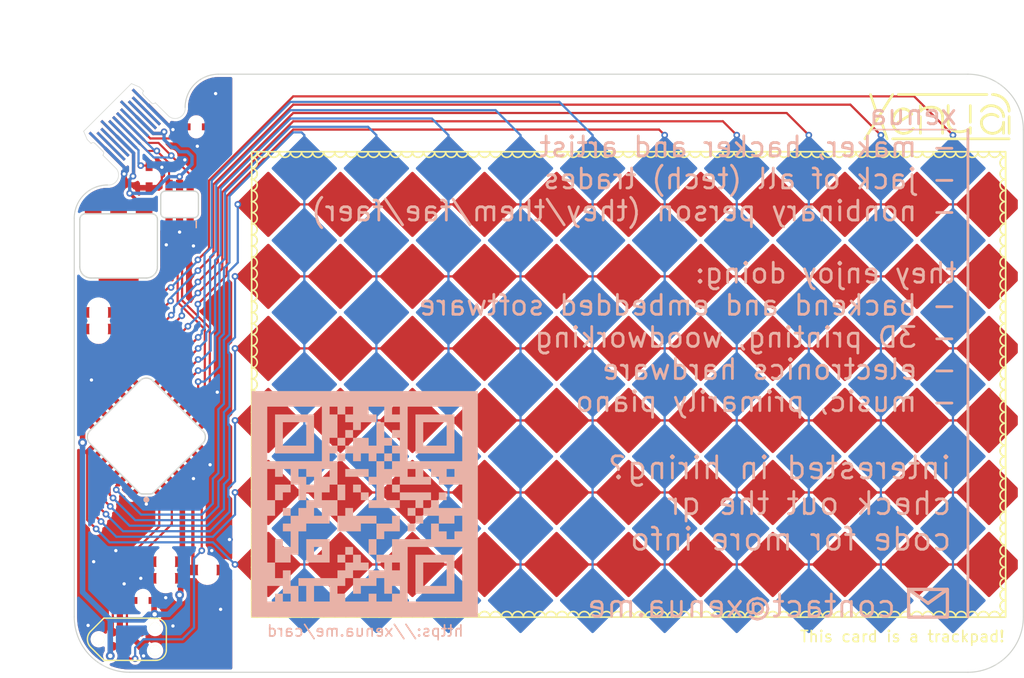
<source format=kicad_pcb>
(kicad_pcb (version 20211014) (generator pcbnew)

  (general
    (thickness 0.6)
  )

  (paper "A4")
  (layers
    (0 "F.Cu" signal)
    (31 "B.Cu" signal)
    (32 "B.Adhes" user "B.Adhesive")
    (33 "F.Adhes" user "F.Adhesive")
    (34 "B.Paste" user)
    (35 "F.Paste" user)
    (36 "B.SilkS" user "B.Silkscreen")
    (37 "F.SilkS" user "F.Silkscreen")
    (38 "B.Mask" user)
    (39 "F.Mask" user)
    (40 "Dwgs.User" user "User.Drawings")
    (41 "Cmts.User" user "User.Comments")
    (42 "Eco1.User" user "User.Eco1")
    (43 "Eco2.User" user "User.Eco2")
    (44 "Edge.Cuts" user)
    (45 "Margin" user)
    (46 "B.CrtYd" user "B.Courtyard")
    (47 "F.CrtYd" user "F.Courtyard")
    (48 "B.Fab" user)
    (49 "F.Fab" user)
    (50 "User.1" user)
    (51 "User.2" user)
    (52 "User.3" user)
    (53 "User.4" user)
    (54 "User.5" user)
    (55 "User.6" user)
    (56 "User.7" user)
    (57 "User.8" user)
    (58 "User.9" user)
  )

  (setup
    (stackup
      (layer "F.SilkS" (type "Top Silk Screen") (color "White"))
      (layer "F.Paste" (type "Top Solder Paste"))
      (layer "F.Mask" (type "Top Solder Mask") (color "Black") (thickness 0.01))
      (layer "F.Cu" (type "copper") (thickness 0.035))
      (layer "dielectric 1" (type "core") (thickness 0.51) (material "FR4") (epsilon_r 4.5) (loss_tangent 0.02))
      (layer "B.Cu" (type "copper") (thickness 0.035))
      (layer "B.Mask" (type "Bottom Solder Mask") (color "Black") (thickness 0.01))
      (layer "B.Paste" (type "Bottom Solder Paste"))
      (layer "B.SilkS" (type "Bottom Silk Screen") (color "White"))
      (copper_finish "HAL lead-free")
      (dielectric_constraints no)
    )
    (pad_to_mask_clearance 0)
    (pcbplotparams
      (layerselection 0x00010fc_ffffffff)
      (disableapertmacros false)
      (usegerberextensions false)
      (usegerberattributes true)
      (usegerberadvancedattributes true)
      (creategerberjobfile true)
      (svguseinch false)
      (svgprecision 6)
      (excludeedgelayer true)
      (plotframeref false)
      (viasonmask false)
      (mode 1)
      (useauxorigin false)
      (hpglpennumber 1)
      (hpglpenspeed 20)
      (hpglpendiameter 15.000000)
      (dxfpolygonmode true)
      (dxfimperialunits true)
      (dxfusepcbnewfont true)
      (psnegative false)
      (psa4output false)
      (plotreference true)
      (plotvalue true)
      (plotinvisibletext false)
      (sketchpadsonfab false)
      (subtractmaskfromsilk false)
      (outputformat 1)
      (mirror false)
      (drillshape 1)
      (scaleselection 1)
      (outputdirectory "")
    )
  )

  (net 0 "")
  (net 1 "GND")
  (net 2 "Net-(C2-Pad2)")
  (net 3 "+3V3")
  (net 4 "unconnected-(J1-PadB8)")
  (net 5 "/DM")
  (net 6 "/DP")
  (net 7 "Net-(J1-PadB5)")
  (net 8 "VBUS")
  (net 9 "Net-(J1-PadA5)")
  (net 10 "unconnected-(J1-PadA8)")
  (net 11 "/SWDIO")
  (net 12 "/RST")
  (net 13 "/SWCLK")
  (net 14 "unconnected-(J2-Pad6)")
  (net 15 "/USBD+")
  (net 16 "/USBD-")
  (net 17 "unconnected-(U3-Pad1)")
  (net 18 "unconnected-(U3-Pad2)")
  (net 19 "/Y0")
  (net 20 "/Y1")
  (net 21 "/Y2")
  (net 22 "/Y3")
  (net 23 "/Y4")
  (net 24 "/Y5")
  (net 25 "/X0")
  (net 26 "/X1")
  (net 27 "/X2")
  (net 28 "/X3")
  (net 29 "unconnected-(U3-Pad15)")
  (net 30 "unconnected-(U3-Pad16)")
  (net 31 "/X4")
  (net 32 "/X5")
  (net 33 "/X6")
  (net 34 "/X7")
  (net 35 "/X10")
  (net 36 "/X11")
  (net 37 "unconnected-(U3-Pad25)")
  (net 38 "unconnected-(U3-Pad27)")

  (footprint "xenua:SOT-223-3_TabPin2_MidMount" (layer "F.Cu") (at 104 115.5 -90))

  (footprint "xenua:SOT-23-6_MidMount" (layer "F.Cu") (at 109.5 111.75 90))

  (footprint "xenua:0603_1608Metric_Pad1.08x0.95mm_MidMount" (layer "F.Cu") (at 102.2 123))

  (footprint "xenua:sig-medium" (layer "F.Cu") (at 171.315002 105.834999))

  (footprint "xenua:0402_1005Metric_Pad0.74x0.62mm_MidMount" (layer "F.Cu") (at 106.2 147.5 180))

  (footprint "xenua:USB_C_PCB" (layer "F.Cu") (at 103 103 45))

  (footprint "xenua:0402_1005Metric_Pad0.74x0.62mm_MidMount" (layer "F.Cu") (at 111 104.75))

  (footprint "xenua:0603_1608Metric_Pad1.08x0.95mm_MidMount" (layer "F.Cu") (at 108.25 144 180))

  (footprint "xenua:0603_1608Metric_Pad1.08x0.95mm_MidMount" (layer "F.Cu") (at 102.2 121.5))

  (footprint "xenua:0603_1608Metric_Pad1.08x0.95mm_MidMount" (layer "F.Cu") (at 112 144.75 180))

  (footprint "xenua:LQFP-32_7x7mm_P0.8mm_midmount" (layer "F.Cu") (at 106.5 132.75 135))

  (footprint "xenua:0402_1005Metric_Pad0.74x0.62mm_MidMount" (layer "F.Cu") (at 106.75 109.25 90))

  (footprint "xenua:0603_1608Metric_Pad1.08x0.95mm_MidMount" (layer "F.Cu") (at 108.25 145.5 180))

  (footprint "xenua:TC2030" (layer "F.Cu") (at 104.75 151))

  (gr_poly
    (pts
      (xy 125.848275 138.448276)
      (xy 125.848275 137.744828)
      (xy 126.551724 137.744828)
      (xy 126.551724 138.448276)
    ) (layer "B.SilkS") (width 0) (fill solid) (tstamp 03c7a2b2-05ee-4ec6-a67d-44b0d8e9e513))
  (gr_poly
    (pts
      (xy 132.882757 138.448276)
      (xy 132.882757 137.744828)
      (xy 133.586205 137.744828)
      (xy 133.586205 138.448276)
    ) (layer "B.SilkS") (width 0) (fill solid) (tstamp 0ea978d5-cdf1-4d51-bed3-107e990e40ed))
  (gr_line (start 177 147.75) (end 175.25 146.5) (layer "B.SilkS") (width 0.3) (tstamp 17c31e22-52e9-4d92-92dc-6367e41b9ce7))
  (gr_poly
    (pts
      (xy 116 149)
      (xy 116 128.600002)
      (xy 117.406897 128.600002)
      (xy 117.406897 130.006898)
      (xy 117.406897 134.931036)
      (xy 117.406897 135.634484)
      (xy 117.406897 138.448276)
      (xy 118.110346 138.448276)
      (xy 118.110346 137.04138)
      (xy 119.517243 137.04138)
      (xy 119.517243 137.744828)
      (xy 118.813793 137.744828)
      (xy 118.813793 138.448276)
      (xy 118.110346 138.448276)
      (xy 118.110346 139.855173)
      (xy 117.406897 139.855173)
      (xy 117.406897 144.075862)
      (xy 117.406897 146.186207)
      (xy 117.406897 147.593103)
      (xy 118.110346 147.593103)
      (xy 118.110346 146.889654)
      (xy 118.813793 146.889654)
      (xy 118.813793 147.593103)
      (xy 119.517243 147.593103)
      (xy 119.517243 146.889654)
      (xy 118.813793 146.889654)
      (xy 118.813793 146.186207)
      (xy 117.406897 146.186207)
      (xy 117.406897 144.075862)
      (xy 118.110346 144.075862)
      (xy 118.110346 141.965518)
      (xy 118.813793 141.965518)
      (xy 118.813793 142.668966)
      (xy 119.517243 142.668966)
      (xy 119.517243 141.262069)
      (xy 118.813793 141.262069)
      (xy 118.813793 140.558621)
      (xy 119.517243 140.558621)
      (xy 119.517243 139.855173)
      (xy 120.22069 139.855173)
      (xy 120.22069 139.151725)
      (xy 120.924138 139.151725)
      (xy 120.924138 138.448276)
      (xy 120.22069 138.448276)
      (xy 120.22069 137.04138)
      (xy 119.517243 137.04138)
      (xy 119.517243 135.634484)
      (xy 118.813793 135.634484)
      (xy 118.813793 136.337932)
      (xy 118.110346 136.337932)
      (xy 118.110346 135.634484)
      (xy 117.406897 135.634484)
      (xy 117.406897 134.931036)
      (xy 120.22069 134.931036)
      (xy 120.22069 135.634484)
      (xy 120.22069 136.337932)
      (xy 120.924138 136.337932)
      (xy 120.924138 137.04138)
      (xy 120.924138 137.744828)
      (xy 120.924138 138.448276)
      (xy 121.627587 138.448276)
      (xy 121.627587 139.151725)
      (xy 121.627587 139.855173)
      (xy 122.331034 139.855173)
      (xy 122.331034 139.151725)
      (xy 121.627587 139.151725)
      (xy 121.627587 138.448276)
      (xy 121.627587 137.744828)
      (xy 120.924138 137.744828)
      (xy 120.924138 137.04138)
      (xy 121.627587 137.04138)
      (xy 121.627587 136.337932)
      (xy 120.924138 136.337932)
      (xy 120.924138 135.634484)
      (xy 120.22069 135.634484)
      (xy 120.22069 134.931036)
      (xy 122.331034 134.931036)
      (xy 122.331034 135.634484)
      (xy 122.331034 136.337932)
      (xy 123.034482 136.337932)
      (xy 123.034482 137.04138)
      (xy 123.034482 137.744828)
      (xy 122.331034 137.744828)
      (xy 122.331034 138.448276)
      (xy 123.034482 138.448276)
      (xy 123.034482 139.855173)
      (xy 123.034482 140.558621)
      (xy 120.924138 140.558621)
      (xy 120.924138 141.262069)
      (xy 120.22069 141.262069)
      (xy 120.22069 143.372413)
      (xy 119.517243 143.372413)
      (xy 119.517243 144.075862)
      (xy 118.110346 144.075862)
      (xy 118.110346 145.482757)
      (xy 118.813793 145.482757)
      (xy 118.813793 144.77931)
      (xy 119.517243 144.77931)
      (xy 119.517243 146.186207)
      (xy 120.22069 146.186207)
      (xy 120.22069 147.593103)
      (xy 120.924138 147.593103)
      (xy 120.924138 146.186207)
      (xy 120.22069 146.186207)
      (xy 120.22069 145.482757)
      (xy 121.627587 145.482757)
      (xy 121.627587 146.186207)
      (xy 121.627587 147.593103)
      (xy 123.034482 147.593103)
      (xy 123.034482 146.186207)
      (xy 121.627587 146.186207)
      (xy 121.627587 145.482757)
      (xy 123.737931 145.482757)
      (xy 123.737931 144.77931)
      (xy 124.441379 144.77931)
      (xy 124.441379 145.482757)
      (xy 124.441379 146.186207)
      (xy 123.737931 146.186207)
      (xy 123.737931 146.889654)
      (xy 124.441379 146.889654)
      (xy 124.441379 147.593103)
      (xy 126.551724 147.593103)
      (xy 126.551724 146.889654)
      (xy 127.255172 146.889654)
      (xy 127.255172 147.593103)
      (xy 128.662068 147.593103)
      (xy 128.662068 146.889654)
      (xy 127.95862 146.889654)
      (xy 127.95862 145.482757)
      (xy 127.255172 145.482757)
      (xy 127.255172 146.186207)
      (xy 125.848275 146.186207)
      (xy 125.848275 146.889654)
      (xy 125.144827 146.889654)
      (xy 125.144827 145.482757)
      (xy 124.441379 145.482757)
      (xy 124.441379 144.77931)
      (xy 124.441379 144.075862)
      (xy 123.737931 144.075862)
      (xy 123.737931 143.372413)
      (xy 124.441379 143.372413)
      (xy 124.441379 144.075862)
      (xy 125.144827 144.075862)
      (xy 125.144827 144.77931)
      (xy 125.144827 145.482757)
      (xy 126.551724 145.482757)
      (xy 126.551724 144.77931)
      (xy 125.144827 144.77931)
      (xy 125.144827 144.075862)
      (xy 125.144827 143.372413)
      (xy 124.441379 143.372413)
      (xy 124.441379 142.668966)
      (xy 125.144827 142.668966)
      (xy 125.144827 143.372413)
      (xy 125.848275 143.372413)
      (xy 125.848275 144.075862)
      (xy 126.551724 144.075862)
      (xy 126.551724 144.77931)
      (xy 127.95862 144.77931)
      (xy 127.95862 144.075862)
      (xy 127.255172 144.075862)
      (xy 127.255172 143.372413)
      (xy 126.551724 143.372413)
      (xy 126.551724 141.965518)
      (xy 127.255172 141.965518)
      (xy 127.255172 140.558621)
      (xy 125.848275 140.558621)
      (xy 125.848275 141.262069)
      (xy 123.737931 141.262069)
      (xy 123.737931 139.855173)
      (xy 123.034482 139.855173)
      (xy 123.034482 138.448276)
      (xy 123.737931 138.448276)
      (xy 123.737931 137.04138)
      (xy 123.034482 137.04138)
      (xy 123.034482 136.337932)
      (xy 123.034482 135.634484)
      (xy 122.331034 135.634484)
      (xy 122.331034 134.931036)
      (xy 122.331034 130.006898)
      (xy 117.406897 130.006898)
      (xy 117.406897 128.600002)
      (xy 123.034482 128.600002)
      (xy 123.034482 130.006898)
      (xy 123.034482 130.710346)
      (xy 123.034482 132.820691)
      (xy 123.034482 133.524139)
      (xy 123.034482 134.227587)
      (xy 123.034482 134.931036)
      (xy 123.737931 134.931036)
      (xy 123.737931 134.227587)
      (xy 123.034482 134.227587)
      (xy 123.034482 133.524139)
      (xy 123.737931 133.524139)
      (xy 123.737931 134.227587)
      (xy 124.441379 134.227587)
      (xy 124.441379 134.931036)
      (xy 123.737931 134.931036)
      (xy 123.737931 137.04138)
      (xy 124.441379 137.04138)
      (xy 124.441379 138.448276)
      (xy 123.737931 138.448276)
      (xy 123.737931 139.855173)
      (xy 124.441379 139.855173)
      (xy 124.441379 139.151725)
      (xy 125.144827 139.151725)
      (xy 125.144827 139.855173)
      (xy 127.255172 139.855173)
      (xy 127.255172 140.558621)
      (xy 128.662068 140.558621)
      (xy 128.662068 139.855173)
      (xy 129.365516 139.855173)
      (xy 129.365516 141.262069)
      (xy 127.95862 141.262069)
      (xy 127.95862 141.965518)
      (xy 127.255172 141.965518)
      (xy 127.255172 143.372413)
      (xy 128.662068 143.372413)
      (xy 128.662068 144.075862)
      (xy 128.662068 144.77931)
      (xy 128.662068 146.186207)
      (xy 128.662068 146.889654)
      (xy 129.365516 146.889654)
      (xy 129.365516 146.186207)
      (xy 128.662068 146.186207)
      (xy 128.662068 144.77931)
      (xy 129.365516 144.77931)
      (xy 129.365516 144.075862)
      (xy 128.662068 144.075862)
      (xy 128.662068 143.372413)
      (xy 128.662068 141.965518)
      (xy 130.068964 141.965518)
      (xy 130.068964 142.668966)
      (xy 130.068964 147.593103)
      (xy 134.993102 147.593103)
      (xy 134.993102 142.668966)
      (xy 130.068964 142.668966)
      (xy 130.068964 141.965518)
      (xy 132.179309 141.965518)
      (xy 132.179309 140.558621)
      (xy 132.882757 140.558621)
      (xy 132.882757 139.855173)
      (xy 131.475861 139.855173)
      (xy 131.475861 140.558621)
      (xy 130.772413 140.558621)
      (xy 130.772413 139.855173)
      (xy 130.068964 139.855173)
      (xy 130.068964 139.151725)
      (xy 130.772413 139.151725)
      (xy 130.772413 139.855173)
      (xy 131.475861 139.855173)
      (xy 131.475861 139.151725)
      (xy 130.772413 139.151725)
      (xy 130.772413 138.448276)
      (xy 129.365516 138.448276)
      (xy 129.365516 139.151725)
      (xy 126.551724 139.151725)
      (xy 126.551724 138.448276)
      (xy 127.255172 138.448276)
      (xy 127.255172 137.04138)
      (xy 126.551724 137.04138)
      (xy 126.551724 136.337932)
      (xy 127.255172 136.337932)
      (xy 127.255172 134.931036)
      (xy 126.551724 134.931036)
      (xy 126.551724 134.227587)
      (xy 125.848275 134.227587)
      (xy 125.848275 134.931036)
      (xy 125.144827 134.931036)
      (xy 125.144827 134.227587)
      (xy 124.441379 134.227587)
      (xy 124.441379 133.524139)
      (xy 123.737931 133.524139)
      (xy 123.737931 132.820691)
      (xy 123.034482 132.820691)
      (xy 123.034482 130.710346)
      (xy 123.737931 130.710346)
      (xy 123.737931 132.820691)
      (xy 124.441379 132.820691)
      (xy 124.441379 133.524139)
      (xy 125.144827 133.524139)
      (xy 125.144827 132.820691)
      (xy 124.441379 132.820691)
      (xy 124.441379 132.117243)
      (xy 125.144827 132.117243)
      (xy 125.144827 131.413795)
      (xy 124.441379 131.413795)
      (xy 124.441379 130.710346)
      (xy 123.737931 130.710346)
      (xy 123.737931 130.006898)
      (xy 123.034482 130.006898)
      (xy 123.034482 128.600002)
      (xy 124.441379 128.600002)
      (xy 124.441379 130.006898)
      (xy 124.441379 130.710346)
      (xy 125.144827 130.710346)
      (xy 125.144827 130.006898)
      (xy 124.441379 130.006898)
      (xy 124.441379 128.600002)
      (xy 125.848275 128.600002)
      (xy 125.848275 131.413795)
      (xy 125.848275 132.117243)
      (xy 125.144827 132.117243)
      (xy 125.144827 132.820691)
      (xy 126.551724 132.820691)
      (xy 126.551724 133.524139)
      (xy 127.255172 133.524139)
      (xy 127.255172 134.227587)
      (xy 127.255172 134.931036)
      (xy 127.95862 134.931036)
      (xy 127.95862 135.634484)
      (xy 127.95862 137.04138)
      (xy 127.95862 138.448276)
      (xy 129.365516 138.448276)
      (xy 129.365516 137.744828)
      (xy 128.662068 137.744828)
      (xy 128.662068 137.04138)
      (xy 127.95862 137.04138)
      (xy 127.95862 135.634484)
      (xy 128.662068 135.634484)
      (xy 128.662068 136.337932)
      (xy 128.662068 137.04138)
      (xy 129.365516 137.04138)
      (xy 129.365516 136.337932)
      (xy 128.662068 136.337932)
      (xy 128.662068 135.634484)
      (xy 128.662068 134.931036)
      (xy 127.95862 134.931036)
      (xy 127.95862 134.227587)
      (xy 127.255172 134.227587)
      (xy 127.255172 133.524139)
      (xy 127.255172 131.413795)
      (xy 125.848275 131.413795)
      (xy 125.848275 128.600002)
      (xy 126.551724 128.600002)
      (xy 126.551724 130.006898)
      (xy 126.551724 130.710346)
      (xy 127.255172 130.710346)
      (xy 127.255172 131.413795)
      (xy 127.95862 131.413795)
      (xy 127.95862 132.820691)
      (xy 127.95862 133.524139)
      (xy 127.95862 134.227587)
      (xy 128.662068 134.227587)
      (xy 128.662068 134.931036)
      (xy 129.365516 134.931036)
      (xy 129.365516 134.227587)
      (xy 128.662068 134.227587)
      (xy 128.662068 133.524139)
      (xy 127.95862 133.524139)
      (xy 127.95862 132.820691)
      (xy 128.662068 132.820691)
      (xy 128.662068 133.524139)
      (xy 129.365516 133.524139)
      (xy 129.365516 132.820691)
      (xy 128.662068 132.820691)
      (xy 128.662068 132.117243)
      (xy 129.365516 132.117243)
      (xy 129.365516 131.413795)
      (xy 127.95862 131.413795)
      (xy 127.95862 130.006898)
      (xy 126.551724 130.006898)
      (xy 126.551724 128.600002)
      (xy 128.662068 128.600002)
      (xy 128.662068 130.006898)
      (xy 128.662068 130.710346)
      (xy 129.365516 130.710346)
      (xy 129.365516 130.006898)
      (xy 128.662068 130.006898)
      (xy 128.662068 128.600002)
      (xy 130.068964 128.600002)
      (xy 130.068964 130.006898)
      (xy 130.068964 134.931036)
      (xy 130.068964 135.634484)
      (xy 130.068964 136.337932)
      (xy 130.772413 136.337932)
      (xy 130.772413 135.634484)
      (xy 130.068964 135.634484)
      (xy 130.068964 134.931036)
      (xy 131.475861 134.931036)
      (xy 131.475861 135.634484)
      (xy 131.475861 136.337932)
      (xy 132.179309 136.337932)
      (xy 132.179309 137.04138)
      (xy 129.365516 137.04138)
      (xy 129.365516 137.744828)
      (xy 131.475861 137.744828)
      (xy 131.475861 138.448276)
      (xy 131.475861 139.151725)
      (xy 132.179309 139.151725)
      (xy 132.179309 138.448276)
      (xy 131.475861 138.448276)
      (xy 131.475861 137.744828)
      (xy 132.179309 137.744828)
      (xy 132.179309 138.448276)
      (xy 132.882757 138.448276)
      (xy 132.882757 139.151725)
      (xy 134.289654 139.151725)
      (xy 134.289654 139.855173)
      (xy 134.289654 140.558621)
      (xy 132.882757 140.558621)
      (xy 132.882757 141.262069)
      (xy 133.586205 141.262069)
      (xy 133.586205 141.965518)
      (xy 134.289654 141.965518)
      (xy 134.289654 141.262069)
      (xy 134.993102 141.262069)
      (xy 134.993102 139.855173)
      (xy 134.289654 139.855173)
      (xy 134.289654 139.151725)
      (xy 134.993102 139.151725)
      (xy 134.993102 137.04138)
      (xy 132.882757 137.04138)
      (xy 132.882757 136.337932)
      (xy 132.179309 136.337932)
      (xy 132.179309 135.634484)
      (xy 131.475861 135.634484)
      (xy 131.475861 134.931036)
      (xy 133.586205 134.931036)
      (xy 133.586205 135.634484)
      (xy 133.586205 136.337932)
      (xy 134.289654 136.337932)
      (xy 134.289654 135.634484)
      (xy 133.586205 135.634484)
      (xy 133.586205 134.931036)
      (xy 134.993102 134.931036)
      (xy 134.993102 130.006898)
      (xy 130.068964 130.006898)
      (xy 130.068964 128.600002)
      (xy 136.399998 128.600002)
      (xy 136.399998 149)
    ) (layer "B.SilkS") (width 0) (fill solid) (tstamp 40291e2b-d5f7-4314-b60f-54d360575da2))
  (gr_poly
    (pts
      (xy 124.441379 136.337932)
      (xy 124.441379 135.634484)
      (xy 126.551724 135.634484)
      (xy 126.551724 136.337932)
    ) (layer "B.SilkS") (width 0) (fill solid) (tstamp 470d021f-def7-49ec-a850-a1e2f0e97df0))
  (gr_poly
    (pts
      (xy 120.924138 144.075862)
      (xy 120.924138 141.965518)
      (xy 121.627587 141.965518)
      (xy 121.627587 142.668966)
      (xy 121.627587 143.372413)
      (xy 122.331034 143.372413)
      (xy 122.331034 142.668966)
      (xy 121.627587 142.668966)
      (xy 121.627587 141.965518)
      (xy 123.034482 141.965518)
      (xy 123.034482 144.075862)
    ) (layer "B.SilkS") (width 0) (fill solid) (tstamp 5bb757bb-b4f5-45b5-a65e-ca9928a40feb))
  (gr_poly
    (pts
      (xy 118.813793 139.855173)
      (xy 118.813793 139.151725)
      (xy 119.517243 139.151725)
      (xy 119.517243 139.855173)
    ) (layer "B.SilkS") (width 0) (fill solid) (tstamp 680f2ad9-0dc1-4e84-87f2-8b5669116333))
  (gr_poly
    (pts
      (xy 130.772413 146.889654)
      (xy 130.772413 143.372413)
      (xy 131.475861 143.372413)
      (xy 131.475861 144.075862)
      (xy 131.475861 146.186207)
      (xy 133.586205 146.186207)
      (xy 133.586205 144.075862)
      (xy 131.475861 144.075862)
      (xy 131.475861 143.372413)
      (xy 134.289654 143.372413)
      (xy 134.289654 146.889654)
    ) (layer "B.SilkS") (width 0) (fill solid) (tstamp 76bd02ce-d85d-424d-bdf1-fdd3d01c434f))
  (gr_poly
    (pts
      (xy 130.772413 134.227587)
      (xy 130.772413 130.710346)
      (xy 131.475861 130.710346)
      (xy 131.475861 131.413795)
      (xy 131.475861 133.524139)
      (xy 133.586205 133.524139)
      (xy 133.586205 131.413795)
      (xy 131.475861 131.413795)
      (xy 131.475861 130.710346)
      (xy 134.289654 130.710346)
      (xy 134.289654 134.227587)
    ) (layer "B.SilkS") (width 0) (fill solid) (tstamp 8021a284-2027-4b66-96bd-9919ac9f5beb))
  (gr_poly
    (pts
      (xy 130.068964 141.262069)
      (xy 130.068964 140.558621)
      (xy 130.772413 140.558621)
      (xy 130.772413 141.262069)
    ) (layer "B.SilkS") (width 0) (fill solid) (tstamp 8933bb52-7560-40e6-a5d4-a1fc843d43c0))
  (gr_line (start 180.6 105) (end 180.6 148.98) (layer "B.SilkS") (width 0.25) (tstamp 8fecaca3-348c-46fd-8131-f790b33d0973))
  (gr_poly
    (pts
      (xy 125.144827 137.744828)
      (xy 125.144827 137.04138)
      (xy 125.848275 137.04138)
      (xy 125.848275 137.744828)
    ) (layer "B.SilkS") (width 0) (fill solid) (tstamp 9e445762-961d-4650-b416-a79f48c4b4f7))
  (gr_line (start 179.5 105) (end 172 105) (layer "B.SilkS") (width 0.15) (tstamp b3501f82-0201-4d77-84df-7ef448dbf020))
  (gr_rect (start 175.25 146.5) (end 178.75 149) (layer "B.SilkS") (width 0.3) (fill none) (tstamp e8567559-589d-4440-85ef-e770b2def704))
  (gr_poly
    (pts
      (xy 118.110346 134.227587)
      (xy 118.110346 130.710346)
      (xy 118.813793 130.710346)
      (xy 118.813793 131.413795)
      (xy 118.813793 133.524139)
      (xy 120.924138 133.524139)
      (xy 120.924138 131.413795)
      (xy 118.813793 131.413795)
      (xy 118.813793 130.710346)
      (xy 121.627587 130.710346)
      (xy 121.627587 134.227587)
    ) (layer "B.SilkS") (width 0) (fill solid) (tstamp ef503b67-5f4f-4d07-9bea-6d70e260a986))
  (gr_line (start 178.75 146.5) (end 177 147.75) (layer "B.SilkS") (width 0.3) (tstamp f0cbd8d4-dc17-4a9a-a688-e4e4728f4230))
  (gr_arc (start 116 139.5) (mid 116.5 140) (end 116 140.5) (layer "F.SilkS") (width 0.15) (tstamp 008a57b5-5c0e-46bf-a1db-1a7488d57d68))
  (gr_arc (start 159.5 149) (mid 160 148.5) (end 160.5 149) (layer "F.SilkS") (width 0.15) (tstamp 022c332a-df81-4108-91c0-167db128dd1e))
  (gr_arc locked (start 117.5 107) (mid 117 107.5) (end 116.5 107) (layer "F.SilkS") (width 0.15) (tstamp 025c5909-59c3-4b6e-8db4-f88475d8ab22))
  (gr_arc (start 116 135.5) (mid 116.5 136) (end 116 136.5) (layer "F.SilkS") (width 0.15) (tstamp 02ad0fbe-ee08-4533-bda6-5c47e76d33f5))
  (gr_arc (start 138.5 149) (mid 139 148.5) (end 139.5 149) (layer "F.SilkS") (width 0.15) (tstamp 04552b43-2213-4d6e-a797-e237bdca0f23))
  (gr_arc (start 184 109.5) (mid 183.5 109) (end 184 108.5) (layer "F.SilkS") (width 0.15) (tstamp 0969ab98-369d-43e9-9461-35c3f7a77b31))
  (gr_arc locked (start 179.5 107) (mid 179 107.5) (end 178.5 107) (layer "F.SilkS") (width 0.15) (tstamp 09f4594a-e59d-4f10-af7b-823f8d694819))
  (gr_arc (start 180.5 149) (mid 181 148.5) (end 181.5 149) (layer "F.SilkS") (width 0.15) (tstamp 09f990ca-3fe7-44ce-928a-791f58b848e6))
  (gr_arc (start 133.5 149) (mid 134 148.5) (end 134.5 149) (layer "F.SilkS") (width 0.15) (tstamp 0be2209f-dbfa-4850-ba99-be6ec8ce4396))
  (gr_arc locked (start 165.5 107) (mid 165 107.5) (end 164.5 107) (layer "F.SilkS") (width 0.15) (tstamp 0cc312d2-99b4-4009-a67b-781385dc782e))
  (gr_arc (start 165.5 149) (mid 166 148.5) (end 166.5 149) (layer "F.SilkS") (width 0.15) (tstamp 110bd742-7d8a-40fb-9d6e-6b4bc5e0b6f8))
  (gr_arc locked (start 147.5 107) (mid 147 107.5) (end 146.5 107) (layer "F.SilkS") (width 0.15) (tstamp 137296bf-9b96-49aa-bc1a-df611e3f1e1e))
  (gr_arc (start 181.5 149) (mid 182 148.5) (end 182.5 149) (layer "F.SilkS") (width 0.15) (tstamp 139b3779-61d6-4f88-9a7e-814dea295eb0))
  (gr_arc locked (start 143.5 107) (mid 143 107.5) (end 142.5 107) (layer "F.SilkS") (width 0.15) (tstamp 1571552e-0979-4fbc-a831-aa4f16a47c1e))
  (gr_arc locked (start 182.5 107) (mid 182 107.5) (end 181.5 107) (layer "F.SilkS") (width 0.15) (tstamp 17f5369b-ae5c-4d43-a78e-cbfc39140012))
  (gr_arc (start 116 117.5) (mid 116.5 118) (end 116 118.5) (layer "F.SilkS") (width 0.15) (tstamp 198c2bd4-bbff-4f41-a822-f04ff3c84a48))
  (gr_arc (start 184 137.5) (mid 183.5 137) (end 184 136.5) (layer "F.SilkS") (width 0.15) (tstamp 1aa9ea18-1613-492a-b638-447198d55ba7))
  (gr_arc locked (start 169.5 107) (mid 169 107.5) (end 168.5 107) (layer "F.SilkS") (width 0.15) (tstamp 1c64a59e-63bb-47b8-8d4c-411182b1f911))
  (gr_arc locked (start 184 107.5) (mid 183.646447 107.353553) (end 183.5 107) (layer "F.SilkS") (width 0.15) (tstamp 1c99e339-0c09-45da-ba06-06d1be99e812))
  (gr_arc (start 136.5 149) (mid 137 148.5) (end 137.5 149) (layer "F.SilkS") (width 0.15) (tstamp 1cb0dcc1-d6a1-4dcb-bc05-a60fb2bccea4))
  (gr_arc locked (start 154.5 107) (mid 154 107.5) (end 153.5 107) (layer "F.SilkS") (width 0.15) (tstamp 1d4e246c-dae5-4e1f-9a75-2c353d7855a8))
  (gr_arc (start 116 138.5) (mid 116.5 139) (end 116 139.5) (layer "F.SilkS") (width 0.15) (tstamp 1e312f56-c058-4ec0-8dfd-52dd450b425d))
  (gr_arc (start 137.5 149) (mid 138 148.5) (end 138.5 149) (layer "F.SilkS") (width 0.15) (tstamp 1f6b57ac-94ec-43a0-b4eb-de49b95b824b))
  (gr_arc (start 117.5 149) (mid 118 148.5) (end 118.5 149) (layer "F.SilkS") (width 0.15) (tstamp 1fc11096-f195-4bc4-9d64-a40902135d93))
  (gr_arc (start 160.5 149) (mid 161 148.5) (end 161.5 149) (layer "F.SilkS") (width 0.15) (tstamp 215b90e4-fdef-41f0-9fcf-89157b9f92b2))
  (gr_arc (start 184 134.5) (mid 183.5 134) (end 184 133.5) (layer "F.SilkS") (width 0.15) (tstamp 21ddb76f-da2e-4e17-95ff-4de4e345cf63))
  (gr_arc locked (start 160.5 107) (mid 160 107.5) (end 159.5 107) (layer "F.SilkS") (width 0.15) (tstamp 23830658-da56-48b1-8f2f-102b65d1ce92))
  (gr_arc (start 176.5 149) (mid 177 148.5) (end 177.5 149) (layer "F.SilkS") (width 0.15) (tstamp 23e65c19-3e78-45a6-9527-d0fdbe93db7b))
  (gr_arc (start 141.5 149) (mid 142 148.5) (end 142.5 149) (layer "F.SilkS") (width 0.15) (tstamp 24053fe5-0861-4308-9b6e-37718c8807ad))
  (gr_arc (start 134.5 149) (mid 135 148.5) (end 135.5 149) (layer "F.SilkS") (width 0.15) (tstamp 240ba213-fab2-4ec8-badb-76aa82a7eb1d))
  (gr_arc (start 161.5 149) (mid 162 148.5) (end 162.5 149) (layer "F.SilkS") (width 0.15) (tstamp 247cba40-aad9-41c3-bedd-5d91339d00ef))
  (gr_arc (start 116 121.5) (mid 116.5 122) (end 116 122.5) (layer "F.SilkS") (width 0.15) (tstamp 24deeb96-5729-4d9b-97e5-cc1a187c72a3))
  (gr_arc (start 184 113.5) (mid 183.5 113) (end 184 112.5) (layer "F.SilkS") (width 0.15) (tstamp 24fd74cb-a520-43bb-ae52-55327428d871))
  (gr_arc locked (start 168.5 107) (mid 168 107.5) (end 167.5 107) (layer "F.SilkS") (width 0.15) (tstamp 259dcf64-6849-45ad-ab5a-a6a39fa6fdcb))
  (gr_arc (start 116 119.5) (mid 116.5 120) (end 116 120.5) (layer "F.SilkS") (width 0.15) (tstamp 25a1a51b-9a62-4734-a75d-852bc7c39cf6))
  (gr_arc locked (start 175.5 107) (mid 175 107.5) (end 174.5 107) (layer "F.SilkS") (width 0.15) (tstamp 26697a7f-67bb-4248-92d2-d4a3f2e987fc))
  (gr_arc (start 121.5 149) (mid 122 148.5) (end 122.5 149) (layer "F.SilkS") (width 0.15) (tstamp 27b32c53-6c2e-4e48-b561-d82685e444c8))
  (gr_arc (start 182.5 149) (mid 183 148.5) (end 183.5 149) (layer "F.SilkS") (width 0.15) (tstamp 2921c07f-9cf6-4352-9804-fc248b043f7a))
  (gr_arc (start 152.5 149) (mid 153 148.5) (end 153.5 149) (layer "F.SilkS") (width 0.15) (tstamp 295f0b1d-e5e4-4584-8217-0b1aea3121ae))
  (gr_arc (start 184 129.5) (mid 183.5 129) (end 184 128.5) (layer "F.SilkS") (width 0.15) (tstamp 297f5178-4be8-4a1a-87d9-fcf7039ddcd3))
  (gr_arc (start 184 148.5) (mid 183.5 148) (end 184 147.5) (layer "F.SilkS") (width 0.15) (tstamp 2d4154c2-18be-49cf-a359-7a5bd56cd0f2))
  (gr_arc locked (start 163.5 107) (mid 163 107.5) (end 162.5 107) (layer "F.SilkS") (width 0.15) (tstamp 2ecea752-9792-4722-891a-b3cd7d293cbc))
  (gr_arc locked (start 177.5 107) (mid 177 107.5) (end 176.5 107) (layer "F.SilkS") (width 0.15) (tstamp 2f598765-777c-4779-8b15-ed8c32648edb))
  (gr_arc (start 184 128.5) (mid 183.5 128) (end 184 127.5) (layer "F.SilkS") (width 0.15) (tstamp 30831b16-8fd8-41a8-b9b6-2fa050b6422e))
  (gr_arc (start 124.5 149) (mid 125 148.5) (end 125.5 149) (layer "F.SilkS") (width 0.15) (tstamp 33ed209c-5a31-4554-8e80-46ce5a59986c))
  (gr_arc (start 166.5 149) (mid 167 148.5) (end 167.5 149) (layer "F.SilkS") (width 0.15) (tstamp 34f471c2-1d58-41f7-ab68-72c46c6b1445))
  (gr_arc (start 148.5 149) (mid 149 148.5) (end 149.5 149) (layer "F.SilkS") (width 0.15) (tstamp 35598f7d-1f66-4a29-b275-783aae7d2369))
  (gr_arc (start 116 109.5) (mid 116.5 110) (end 116 110.5) (layer "F.SilkS") (width 0.15) (tstamp 3809427f-b179-444a-867e-201b12cce7eb))
  (gr_arc locked (start 157.5 107) (mid 157 107.5) (end 156.5 107) (layer "F.SilkS") (width 0.15) (tstamp 390f06ab-558d-452b-a8ab-dc27fd7fc295))
  (gr_arc (start 116 125.5) (mid 116.5 126) (end 116 126.5) (layer "F.SilkS") (width 0.15) (tstamp 3a86334e-73c2-4947-b5b2-c8d31c368579))
  (gr_arc (start 184 119.5) (mid 183.5 119) (end 184 118.5) (layer "F.SilkS") (width 0.15) (tstamp 3c077c78-0851-49dc-a6df-2361852da93a))
  (gr_arc (start 129.5 149) (mid 130 148.5) (end 130.5 149) (layer "F.SilkS") (width 0.15) (tstamp 40c181b9-69e1-492d-a95e-4f94b2c1c460))
  (gr_arc (start 120.5 149) (mid 121 148.5) (end 121.5 149) (layer "F.SilkS") (width 0.15) (tstamp 41f8c72f-974c-48bb-9e6b-bbcf760c1da1))
  (gr_arc (start 184 124.5) (mid 183.5 124) (end 184 123.5) (layer "F.SilkS") (width 0.15) (tstamp 4240b016-7ab3-412e-b440-ae53ed7d8587))
  (gr_arc (start 184 143.5) (mid 183.5 143) (end 184 142.5) (layer "F.SilkS") (width 0.15) (tstamp 424dce41-a2b4-41a5-ae06-725f30c747c7))
  (gr_arc locked (start 130.5 107) (mid 130 107.5) (end 129.5 107) (layer "F.SilkS") (width 0.15) (tstamp 428ca7bb-c996-41e0-ac86-08438aa2cb08))
  (gr_arc (start 144.5 149) (mid 145 148.5) (end 145.5 149) (layer "F.SilkS") (width 0.15) (tstamp 450ac44d-b8ea-4d30-9eba-b5f16fb40a35))
  (gr_arc (start 184 115.5) (mid 183.5 115) (end 184 114.5) (layer "F.SilkS") (width 0.15) (tstamp 46dddd88-aef5-4496-b1fd-7bdb9398fe9f))
  (gr_arc locked (start 118.5 107) (mid 118 107.5) (end 117.5 107) (layer "F.SilkS") (width 0.15) (tstamp 46f8094c-add8-4cfc-b087-52484dff67bd))
  (gr_arc locked (start 134.5 107) (mid 134 107.5) (end 133.5 107) (layer "F.SilkS") (width 0.15) (tstamp 48d5db77-9691-419e-be4f-7c05a68cfe24))
  (gr_arc (start 151.5 149) (mid 152 148.5) (end 152.5 149) (layer "F.SilkS") (width 0.15) (tstamp 4b654a41-d130-421d-80bc-783b29f4b389))
  (gr_arc (start 116 131.5) (mid 116.5 132) (end 116 132.5) (layer "F.SilkS") (width 0.15) (tstamp 4ccc3eb5-2ca3-40d1-acee-db67cfa355c0))
  (gr_arc locked (start 132.5 107) (mid 132 107.5) (end 131.5 107) (layer "F.SilkS") (width 0.15) (tstamp 5146731d-a9b8-4876-80ab-de63006baed3))
  (gr_arc (start 116 118.5) (mid 116.5 119) (end 116 119.5) (layer "F.SilkS") (width 0.15) (tstamp 52d7c97a-00f4-4a9a-ba51-1a4114123363))
  (gr_arc (start 162.5 149) (mid 163 148.5) (end 163.5 149) (layer "F.SilkS") (width 0.15) (tstamp 5329fbb3-3fd3-4a04-b153-fdc88a10b5f1))
  (gr_arc locked (start 172.5 107) (mid 172 107.5) (end 171.5 107) (layer "F.SilkS") (width 0.15) (tstamp 53c10911-45d0-4925-90b9-879e2681aefe))
  (gr_arc (start 116 137.5) (mid 116.5 138) (end 116 138.5) (layer "F.SilkS") (width 0.15) (tstamp 53e49c37-d044-4bbc-ab51-da25f043b58d))
  (gr_arc locked (start 156.5 107) (mid 156 107.5) (end 155.5 107) (layer "F.SilkS") (width 0.15) (tstamp 5559bca7-0dc6-43ea-8deb-4e84a9a7981d))
  (gr_arc locked (start 159.5 107) (mid 159 107.5) (end 158.5 107) (layer "F.SilkS") (width 0.15) (tstamp 558a4650-5f77-47f7-a136-c95838b9e605))
  (gr_arc (start 116 145.5) (mid 116.5 146) (end 116 146.5) (layer "F.SilkS") (width 0.15) (tstamp 55abc50c-544b-4aaf-a017-cc6074894c4e))
  (gr_arc (start 184 141.5) (mid 183.5 141) (end 184 140.5) (layer "F.SilkS") (width 0.15) (tstamp 5665a11f-a495-4b21-9b3c-b252a8cd4007))
  (gr_arc (start 116 113.5) (mid 116.5 114) (end 116 114.5) (layer "F.SilkS") (width 0.15) (tstamp 56694fc7-70d9-4922-8fbd-84759df0c183))
  (gr_arc (start 153.5 149) (mid 154 148.5) (end 154.5 149) (layer "F.SilkS") (width 0.15) (tstamp 570ee9c1-5e9a-4824-833d-883d6b98a8ef))
  (gr_arc (start 177.5 149) (mid 178 148.5) (end 178.5 149) (layer "F.SilkS") (width 0.15) (tstamp 57135367-88a2-4532-9749-e06b29aa3cbf))
  (gr_arc (start 116 110.5) (mid 116.5 111) (end 116 111.5) (layer "F.SilkS") (width 0.15) (tstamp 5bee9604-6d7a-4559-8e3c-161e0c2ae5ac))
  (gr_arc (start 172.5 149) (mid 173 148.5) (end 173.5 149) (layer "F.SilkS") (width 0.15) (tstamp 5cbdea87-bf9f-4955-9d83-bc5483a902c4))
  (gr_arc locked (start 149.5 107) (mid 149 107.5) (end 148.5 107) (layer "F.SilkS") (width 0.15) (tstamp 5cbdf913-9bc6-4777-b02c-eb4e1068e73f))
  (gr_arc locked (start 178.5 107) (mid 178 107.5) (end 177.5 107) (layer "F.SilkS") (width 0.15) (tstamp 5d29a73a-3e06-43ef-89ca-f5113cf87928))
  (gr_arc locked (start 158.5 107) (mid 158 107.5) (end 157.5 107) (layer "F.SilkS") (width 0.15) (tstamp 625f32f9-fc1e-4201-aec4-f363e86aff85))
  (gr_arc (start 184 127.5) (mid 183.5 127) (end 184 126.5) (layer "F.SilkS") (width 0.15) (tstamp 62d7e132-2cbd-4f61-b4b6-7e6f66dd04f0))
  (gr_arc locked (start 183.5 107) (mid 183 107.5) (end 182.5 107) (layer "F.SilkS") (width 0.15) (tstamp 64b3b1e6-c26d-42df-9183-42a96631e6f8))
  (gr_arc (start 179.5 149) (mid 180 148.5) (end 180.5 149) (layer "F.SilkS") (width 0.15) (tstamp 64ec5976-6726-4b0b-b3ef-dfab993e47c0))
  (gr_arc (start 116 130.5) (mid 116.5 131) (end 116 131.5) (layer "F.SilkS") (width 0.15) (tstamp 65ad0cc1-46ef-404a-9fac-5ef6e8e038ee))
  (gr_arc locked (start 123.5 107) (mid 123 107.5) (end 122.5 107) (layer "F.SilkS") (width 0.15) (tstamp 66116c00-f851-4624-81c0-96e3f11ab628))
  (gr_arc (start 122.5 149) (mid 123 148.5) (end 123.5 149) (layer "F.SilkS") (width 0.15) (tstamp 66c27c8b-3cad-4a2c-a4d6-82cc45cca65e))
  (gr_arc (start 158.5 149) (mid 159 148.5) (end 159.5 149) (layer "F.SilkS") (width 0.15) (tstamp 67b65338-cd82-4663-ab45-15b196c0ad16))
  (gr_arc locked (start 153.5 107) (mid 153 107.5) (end 152.5 107) (layer "F.SilkS") (width 0.15) (tstamp 6a85d245-3010-42e0-b3bd-176e8c7f8efb))
  (gr_arc (start 184 133.5) (mid 183.5 133) (end 184 132.5) (layer "F.SilkS") (width 0.15) (tstamp 6ec6eb59-abaf-4939-84ea-c870ce12d8e2))
  (gr_arc (start 155.5 149) (mid 156 148.5) (end 156.5 149) (layer "F.SilkS") (width 0.15) (tstamp 7016a5aa-e24a-47a0-a2d3-a2af29c89184))
  (gr_arc (start 147.5 149) (mid 148 148.5) (end 148.5 149) (layer "F.SilkS") (width 0.15) (tstamp 7095e68d-d1a3-4a0f-82d6-b9e123949849))
  (gr_arc (start 116.5 149) (mid 117 148.5) (end 117.5 149) (layer "F.SilkS") (width 0.15) (tstamp 710d72d1-cd78-4a3e-acd8-f4456a2b9445))
  (gr_arc locked (start 131.5 107) (mid 131 107.5) (end 130.5 107) (layer "F.SilkS") (width 0.15) (tstamp 73a70385-8ce9-4cde-a206-d662c77f5ceb))
  (gr_arc (start 184 120.5) (mid 183.5 120) (end 184 119.5) (layer "F.SilkS") (width 0.15) (tstamp 7a7afc79-11ea-40ba-917b-049054105749))
  (gr_arc locked (start 120.5 107) (mid 120 107.5) (end 119.5 107) (layer "F.SilkS") (width 0.15) (tstamp 7b96a257-797c-4f4a-b3dd-5b1e0a007ed7))
  (gr_arc (start 157.5 149) (mid 158 148.5) (end 158.5 149) (layer "F.SilkS") (width 0.15) (tstamp 7ef6bb16-d16a-4844-8e41-4156b4aba6e4))
  (gr_arc (start 131.5 149) (mid 132 148.5) (end 132.5 149) (layer "F.SilkS") (width 0.15) (tstamp 7f368547-739f-4d87-9e9f-80989ba29e8f))
  (gr_arc (start 168.5 149) (mid 169 148.5) (end 169.5 149) (layer "F.SilkS") (width 0.15) (tstamp 80537f0b-51ec-4874-8476-9a8580bf51d4))
  (gr_arc locked (start 139.5 107) (mid 139 107.5) (end 138.5 107) (layer "F.SilkS") (width 0.15) (tstamp 816ddb38-0113-40ce-a204-d14d756fc97c))
  (gr_arc (start 150.5 149) (mid 151 148.5) (end 151.5 149) (layer "F.SilkS") (width 0.15) (tstamp 81a258eb-c45c-4afa-93c8-2d30df27067c))
  (gr_arc (start 116 133.5) (mid 116.5 134) (end 116 134.5) (layer "F.SilkS") (width 0.15) (tstamp 8253b09a-4533-4264-b257-f542de61db0b))
  (gr_arc (start 116 116.5) (mid 116.5 117) (end 116 117.5) (layer "F.SilkS") (width 0.15) (tstamp 82c8fb85-eabc-46b1-959c-bb7167d80011))
  (gr_arc (start 184 138.5) (mid 183.5 138) (end 184 137.5) (layer "F.SilkS") (width 0.15) (tstamp 83327220-8458-4970-88f1-73742db87593))
  (gr_arc (start 116 123.5) (mid 116.5 124) (end 116 124.5) (layer "F.SilkS") (width 0.15) (tstamp 853e560f-79d2-4d59-8bf6-0cb9cc91437d))
  (gr_arc locked (start 128.5 107) (mid 128 107.5) (end 127.5 107) (layer "F.SilkS") (width 0.15) (tstamp 881979d2-0e17-4eb0-b966-a74877c09a2e))
  (gr_arc (start 116 141.5) (mid 116.5 142) (end 116 142.5) (layer "F.SilkS") (width 0.15) (tstamp 88467dd7-71e3-4fcb-b319-241aad5c86a7))
  (gr_arc locked (start 146.5 107) (mid 146 107.5) (end 145.5 107) (layer "F.SilkS") (width 0.15) (tstamp 885210e0-9243-4234-98c3-5b11ad25d316))
  (gr_arc locked (start 116 148.5) (mid 116.353553 148.646447) (end 116.5 149) (layer "F.SilkS") (width 0.15) (tstamp 8a16b3fa-422d-4e33-8783-4dabe8cf65e0))
  (gr_arc (start 184 135.5) (mid 183.5 135) (end 184 134.5) (layer "F.SilkS") (width 0.15) (tstamp 8bfd005a-324f-4157-885f-84ff37eebdf4))
  (gr_arc (start 184 144.5) (mid 183.5 144) (end 184 143.5) (layer "F.SilkS") (width 0.15) (tstamp 8d0dd96d-18e4-4324-9ff3-f1f1ba9fb052))
  (gr_arc (start 170.5 149) (mid 171 148.5) (end 171.5 149) (layer "F.SilkS") (width 0.15) (tstamp 8d9ba256-98f3-4d97-bbe2-b3d9b81436ca))
  (gr_arc locked (start 150.5 107) (mid 150 107.5) (end 149.5 107) (layer "F.SilkS") (width 0.15) (tstamp 8f44969a-e42d-4396-b987-b514771b4c1d))
  (gr_arc (start 184 122.5) (mid 183.5 122) (end 184 121.5) (layer "F.SilkS") (width 0.15) (tstamp 904294b3-a114-481e-b8c0-3b851fa5f0e1))
  (gr_arc (start 127.5 149) (mid 128 148.5) (end 128.5 149) (layer "F.SilkS") (width 0.15) (tstamp 90f3ecc6-d777-4e21-9291-30d656e6ac7a))
  (gr_arc (start 116 126.5) (mid 116.5 127) (end 116 127.5) (layer "F.SilkS") (width 0.15) (tstamp 91801dda-c1a4-4bd7-80b9-f08bf39ceb11))
  (gr_rect locked (start 184 149) (end 116 107) (layer "F.SilkS") (width 0.15) (fill none) (tstamp 92efb0d1-9451-466c-b6fe-1fd3b67b6d93))
  (gr_arc (start 116 124.5) (mid 116.5 125) (end 116 125.5) (layer "F.SilkS") (width 0.15) (tstamp 956576d4-ab5f-4443-9793-be47209f313e))
  (gr_arc (start 184 111.5) (mid 183.5 111) (end 184 110.5) (layer "F.SilkS") (width 0.15) (tstamp 9655ba35-47d3-4169-b523-4be8b3cae6cb))
  (gr_arc locked (start 162.5 107) (mid 162 107.5) (end 161.5 107) (layer "F.SilkS") (width 0.15) (tstamp 97143417-719e-4194-a945-6c6016df6e5e))
  (gr_arc locked (start 135.5 107) (mid 135 107.5) (end 134.5 107) (layer "F.SilkS") (width 0.15) (tstamp 99902edb-eeba-4bd1-91c2-06e990534a26))
  (gr_arc locked (start 119.5 107) (mid 119 107.5) (end 118.5 107) (layer "F.SilkS") (width 0.15) (tstamp 99be91f4-102c-49ca-a43c-cc6cf435202d))
  (gr_arc locked (start 183.5 149) (mid 183.646447 148.646447) (end 184 148.5) (layer "F.SilkS") (width 0.15) (tstamp 9b93bf65-5576-4efb-91d9-30135e7ac1d8))
  (gr_arc locked (start 166.5 107) (mid 166 107.5) (end 165.5 107) (layer "F.SilkS") (width 0.15) (tstamp 9bb086f1-b43d-4e29-b6f4-68b238806ffe))
  (gr_arc locked (start 144.5 107) (mid 144 107.5) (end 143.5 107) (layer "F.SilkS") (width 0.15) (tstamp 9c23898b-d163-44fe-bbe0-4aaf9bd16084))
  (gr_arc locked (start 152.5 107) (mid 152 107.5) (end 151.5 107) (layer "F.SilkS") (width 0.15) (tstamp 9e6c67da-0098-40ad-9c98-80a9d5acd114))
  (gr_arc (start 116 108.5) (mid 116.5 109) (end 116 109.5) (layer "F.SilkS") (width 0.15) (tstamp 9f81153d-4c32-4ad5-9cfd-9000d997c3b7))
  (gr_arc (start 184 139.5) (mid 183.5 139) (end 184 138.5) (layer "F.SilkS") (width 0.15) (tstamp a05ac567-4487-4794-a8ea-c0f4efe5379b))
  (gr_arc locked (start 180.5 107) (mid 180 107.5) (end 179.5 107) (layer "F.SilkS") (width 0.15) (tstamp a4eaa56f-15d9-43b7-80d1-96d9233ee42f))
  (gr_arc (start 116 144.5) (mid 116.5 145) (end 116 145.5) (layer "F.SilkS") (width 0.15) (tstamp a630515c-0962-43c7-893e-300da88b7868))
  (gr_arc locked (start 174.5 107) (mid 174 107.5) (end 173.5 107) (layer "F.SilkS") (width 0.15) (tstamp a879c294-7e19-414d-b28b-386ef83fc9d3))
  (gr_arc locked (start 121.5 107) (mid 121 107.5) (end 120.5 107) (layer "F.SilkS") (width 0.15) (tstamp aaab98fa-c46e-4e4f-8a0c-8897dbb9aa53))
  (gr_arc (start 116 128.5) (mid 116.5 129) (end 116 129.5) (layer "F.SilkS") (width 0.15) (tstamp aacf96cd-e94d-49ae-85d9-ec9c7f9ba33b))
  (gr_arc locked (start 141.5 107) (mid 141 107.5) (end 140.5 107) (layer "F.SilkS") (width 0.15) (tstamp ad472fbb-9d56-47c9-bbe4-307df25b5473))
  (gr_arc locked (start 125.5 107) (mid 125 107.5) (end 124.5 107) (layer "F.SilkS") (width 0.15) (tstamp ad5b4098-96de-4add-9f23-9067cf7920bb))
  (gr_arc locked (start 137.5 107) (mid 137 107.5) (end 136.5 107) (layer "F.SilkS") (width 0.15) (tstamp add03533-4742-4e4e-8156-c2b73ff726f3))
  (gr_arc (start 119.5 149) (mid 120 148.5) (end 120.5 149) (layer "F.SilkS") (width 0.15) (tstamp af2976e3-d717-408e-bc21-63e38a2d103d))
  (gr_arc (start 118.5 149) (mid 119 148.5) (end 119.5 149) (layer "F.SilkS") (width 0.15) (tstamp b01c2fa8-3b80-4541-8429-40b5ad28d61a))
  (gr_arc (start 135.5 149) (mid 136 148.5) (end 136.5 149) (layer "F.SilkS") (width 0.15) (tstamp b13e5649-e653-4e57-9f04-0b04a7a7c664))
  (gr_arc locked (start 148.5 107) (mid 148 107.5) (end 147.5 107) (layer "F.SilkS") (width 0.15) (tstamp b504d503-0d4d-4bd3-b599-349540457e40))
  (gr_arc (start 184 146.5) (mid 183.5 146) (end 184 145.5) (layer "F.SilkS") (width 0.15) (tstamp b571513a-ba36-4b11-ba9a-1753b8a9d22b))
  (gr_arc (start 184 142.5) (mid 183.5 142) (end 184 141.5) (layer "F.SilkS") (width 0.15) (tstamp b678d4e9-f944-408c-9c70-4e9aa1446eeb))
  (gr_arc locked (start 170.5 107) (mid 170 107.5) (end 169.5 107) (layer "F.SilkS") (width 0.15) (tstamp b87969ef-2577-456e-a8f7-4f313d403582))
  (gr_arc (start 116 142.5) (mid 116.5 143) (end 116 143.5) (layer "F.SilkS") (width 0.15) (tstamp bbe8bf78-1f1e-48c3-b3ff-e51a80b4c716))
  (gr_arc (start 116 112.5) (mid 116.5 113) (end 116 113.5) (layer "F.SilkS") (width 0.15) (tstamp bc6ebe3c-7527-4913-8271-e3889bdf64f1))
  (gr_arc locked (start 176.5 107) (mid 176 107.5) (end 175.5 107) (layer "F.SilkS") (width 0.15) (tstamp bdddc12b-68ec-48bd-8287-71ee28649443))
  (gr_arc locked (start 181.5 107) (mid 181 107.5) (end 180.5 107) (layer "F.SilkS") (width 0.15) (tstamp bdfc2f0c-f5cb-46ee-bfc9-8287d268b7f0))
  (gr_arc (start 184 110.5) (mid 183.5 110) (end 184 109.5) (layer "F.SilkS") (width 0.15) (tstamp becac658-219d-4e64-a4d1-8e0f627f1bc3))
  (gr_arc (start 154.5 149) (mid 155 148.5) (end 155.5 149) (layer "F.SilkS") (width 0.15) (tstamp c0a887a6-7ede-48ec-9e25-f5b408444cb3))
  (gr_arc (start 116 114.5) (mid 116.5 115) (end 116 115.5) (layer "F.SilkS") (width 0.15) (tstamp c268cd9e-ec5a-4227-87de-0ec2a47886b0))
  (gr_arc locked (start 122.5 107) (mid 122 107.5) (end 121.5 107) (layer "F.SilkS") (width 0.15) (tstamp c5dd35b2-3d76-44e6-a1b2-5214d3efbf92))
  (gr_arc (start 184 126.5) (mid 183.5 126) (end 184 125.5) (layer "F.SilkS") (width 0.15) (tstamp c6deb9c9-6bd4-49a0-bd4c-c60cb3a791c9))
  (gr_arc locked (start 151.5 107) (mid 151 107.5) (end 150.5 107) (layer "F.SilkS") (width 0.15) (tstamp c91fa6b3-d775-4ac7-93bf-1b47ac86ff15))
  (gr_arc locked (start 116 107.5) (mid 116.5 108) (end 116 108.5) (layer "F.SilkS") (width 0.15) (tstamp ca42b6d1-0a94-4842-9e14-d6f23e668736))
  (gr_arc (start 116 136.5) (mid 116.5 137) (end 116 137.5) (layer "F.SilkS") (width 0.15) (tstamp cb5fde9a-2c93-4b63-9a86-ac3692e75518))
  (gr_arc (start 145.5 149) (mid 146 148.5) (end 146.5 149) (layer "F.SilkS") (width 0.15) (tstamp cc0c7b75-922e-426e-a3e7-71607e634ea9))
  (gr_arc (start 116 120.5) (mid 116.5 121) (end 116 121.5) (layer "F.SilkS") (width 0.15) (tstamp cc22b785-1cc5-4c8c-be7f-f421796b9e64))
  (gr_arc locked (start 173.5 107) (mid 173 107.5) (end 172.5 107) (layer "F.SilkS") (width 0.15) (tstamp ce03d615-9c25-4c37-b067-12640875431f))
  (gr_arc (start 116 147.5) (mid 116.5 148) (end 116 148.5) (layer "F.SilkS") (width 0.15) (tstamp cefd4311-1254-4a6c-aa4f-b8e71ce87c6c))
  (gr_arc (start 184 131.5) (mid 183.5 131) (end 184 130.5) (layer "F.SilkS") (width 0.15) (tstamp cf4f7040-d0ba-4aea-82e6-28e70ba10b1b))
  (gr_arc (start 184 130.5) (mid 183.5 130) (end 184 129.5) (layer "F.SilkS") (width 0.15) (tstamp cfe4ed5a-96be-4fcd-ae9b-1f0ffb46a7fc))
  (gr_arc locked (start 171.5 107) (mid 171 107.5) (end 170.5 107) (layer "F.SilkS") (width 0.15) (tstamp d00ca440-480c-4d99-abd8-9aa2033601d6))
  (gr_arc (start 184 121.5) (mid 183.5 121) (end 184 120.5) (layer "F.SilkS") (width 0.15) (tstamp d0487245-8c5f-4727-ae18-eeb3e38044bd))
  (gr_arc locked (start 138.5 107) (mid 138 107.5) (end 137.5 107) (layer "F.SilkS") (width 0.15) (tstamp d0eb2b81-ff5c-4bd6-be2b-ba649bc03ac4))
  (gr_arc (start 116 115.5) (mid 116.5 116) (end 116 116.5) (layer "F.SilkS") (width 0.15) (tstamp d27ec26d-9cae-4b74-a375-d25eda2614ec))
  (gr_arc locked (start 167.5 107) (mid 167 107.5) (end 166.5 107) (layer "F.SilkS") (width 0.15) (tstamp d38c2206-5968-41cb-a4da-d4e9405e878d))
  (gr_arc (start 140.5 149) (mid 141 148.5) (end 141.5 149) (layer "F.SilkS") (width 0.15) (tstamp d3be97fa-6163-4055-94fd-575dc9ece6b9))
  (gr_arc (start 125.5 149) (mid 126 148.5) (end 126.5 149) (layer "F.SilkS") (width 0.15) (tstamp d542150f-09d6-4629-840d-6da90d5ba331))
  (gr_arc locked (start 129.5 107) (mid 129 107.5) (end 128.5 107) (layer "F.SilkS") (width 0.15) (tstamp d6b68d11-5215-46a1-b9ae-15b99c7e6ff7))
  (gr_arc locked (start 142.5 107) (mid 142 107.5) (end 141.5 107) (layer "F.SilkS") (width 0.15) (tstamp d6f80644-24df-4c9e-8581-c806e991b3d1))
  (gr_arc (start 163.5 149) (mid 164 148.5) (end 164.5 149) (layer "F.SilkS") (width 0.15) (tstamp d72cd7e8-4f0a-4e5d-8aaf-90c7b193bdd7))
  (gr_arc (start 169.5 149) (mid 170 148.5) (end 170.5 149) (layer "F.SilkS") (width 0.15) (tstamp d7912757-8d2e-4f55-ae57-2f07848e797d))
  (gr_arc locked (start 164.5 107) (mid 164 107.5) (end 163.5 107) (layer "F.SilkS") (width 0.15) (tstamp d8f58550-73e1-483c-a089-2390cc0f38eb))
  (gr_arc (start 184 147.5) (mid 183.5 147) (end 184 146.5) (layer "F.SilkS") (width 0.15) (tstamp d99f3cf9-1829-48f1-bc05-471c8396210b))
  (gr_arc locked (start 140.5 107) (mid 140 107.5) (end 139.5 107) (layer "F.SilkS") (width 0.15) (tstamp da791ace-9fa7-4a12-b839-0bb9a7a1bb5e))
  (gr_arc locked (start 133.5 107) (mid 133 107.5) (end 132.5 107) (layer "F.SilkS") (width 0.15) (tstamp db786ae1-6617-4810-a833-37f9ce7e669b))
  (gr_arc (start 184 125.5) (mid 183.5 125) (end 184 124.5) (layer "F.SilkS") (width 0.15) (tstamp db993fec-7d8a-4ccc-9bc2-c329f02c88f1))
  (gr_arc (start 156.5 149) (mid 157 148.5) (end 157.5 149) (layer "F.SilkS") (width 0.15) (tstamp dd01c047-e963-4a96-8e18-6490b52e3678))
  (gr_arc (start 184 112.5) (mid 183.5 112) (end 184 111.5) (layer "F.SilkS") (width 0.15) (tstamp dd6abf1a-4d73-4ac6-a78d-248e77dfbea3))
  (gr_arc (start 167.5 149) (mid 168 148.5) (end 168.5 149) (layer "F.SilkS") (width 0.15) (tstamp dd6ee612-9144-452f-b57c-30f9c138b793))
  (gr_arc (start 142.5 149) (mid 143 148.5) (end 143.5 149) (layer "F.SilkS") (width 0.15) (tstamp de2663d9-cfce-4455-9b8d-5ceda6e2a445))
  (gr_arc (start 184 123.5) (mid 183.5 123) (end 184 122.5) (layer "F.SilkS") (width 0.15) (tstamp deb5cbce-6de6-46c2-8ae4-d5738d702bbb))
  (gr_arc (start 184 116.5) (mid 183.5 116) (end 184 115.5) (layer "F.SilkS") (width 0.15) (tstamp dedf816f-1f42-4b0d-8071-f463a90a4bce))
  (gr_arc (start 116 132.5) (mid 116.5 133) (end 116 133.5) (layer "F.SilkS") (width 0.15) (tstamp dee8b491-0e8a-42a1-86e0-30c6bf62c91e))
  (gr_arc (start 178.5 149) (mid 179 148.5) (end 179.5 149) (layer "F.SilkS") (width 0.15) (tstamp df97bf95-6fff-482d-8596-9d987682fe64))
  (gr_arc locked (start 124.5 107) (mid 124 107.5) (end 123.5 107) (layer "F.SilkS") (width 0.15) (tstamp dfdb8196-1931-4dc6-8c49-aca7c482a1d5))
  (gr_arc (start 171.5 149) (mid 172 148.5) (end 172.5 149) (layer "F.SilkS") (width 0.15) (tstamp e02155e6-2e46-4650-87fe-470c736c2d5e))
  (gr_arc (start 123.5 149) (mid 124 148.5) (end 124.5 149) (layer "F.SilkS") (width 0.15) (tstamp e0800aea-b956-4a4b-91cc-0e5db862e0b7))
  (gr_arc (start 116 111.5) (mid 116.5 112) (end 116 112.5) (layer "F.SilkS") (width 0.15) (tstamp e0ca3ca0-258a-4d00-b30b-bbf8c832b767))
  (gr_arc locked (start 155.5 107) (mid 155 107.5) (end 154.5 107) (layer "F.SilkS") (width 0.15) (tstamp e293c524-6128-41c5-91ee-678cb331217c))
  (gr_arc locked (start 136.5 107) (mid 136 107.5) (end 135.5 107) (layer "F.SilkS") (width 0.15) (tstamp e302bc2e-f739-4b98-a11e-ce4441820c43))
  (gr_arc (start 139.5 149) (mid 140 148.5) (end 140.5 149) (layer "F.SilkS") (width 0.15) (tstamp e4fdb516-f07a-480f-af0d-64394d99d9d2))
  (gr_arc locked (start 161.5 107) (mid 161 107.5) (end 160.5 107) (layer "F.SilkS") (width 0.15) (tstamp e6ae2d20-9ecd-47d7-87e6-c6074114f70e))
  (gr_arc (start 175.5 149) (mid 176 148.5) (end 176.5 149) (layer "F.SilkS") (width 0.15) (tstamp e7e37a79-b9b1-478c-8c51-01e02b06bed8))
  (gr_arc (start 184 140.5) (mid 183.5 140) (end 184 139.5) (layer "F.SilkS") (width 0.15) (tstamp e7f95e7c-60e3-4ead-b8fe-9dc4f65de32d))
  (gr_arc (start 116 134.5) (mid 116.5 135) (end 116 135.5) (layer "F.SilkS") (width 0.15) (tstamp e932b46b-09fd-485b-a76e-a38053182e96))
  (gr_arc (start 143.5 149) (mid 144 148.5) (end 144.5 149) (layer "F.SilkS") (width 0.15) (tstamp e9736e27-3ffd-43c9-a415-d369170fcca4))
  (gr_arc (start 164.5 149) (mid 165 148.5) (end 165.5 149) (layer "F.SilkS") (width 0.15) (tstamp eb28cb97-0196-4d29-80e5-30c04e44ad01))
  (gr_arc (start 130.5 149) (mid 131 148.5) (end 131.5 149) (layer "F.SilkS") (width 0.15) (tstamp ecce17ce-4fb0-43f0-9048-0a780908f0dd))
  (gr_arc (start 128.5 149) (mid 129 148.5) (end 129.5 149) (layer "F.SilkS") (width 0.15) (tstamp ed0a7c73-bb1b-4095-9e4f-f9dfc6f1277b))
  (gr_arc locked (start 126.5 107) (mid 126 107.5) (end 125.5 107) (layer "F.SilkS") (width 0.15) (tstamp edbe9de2-3bc5-4db7-bfa8-5e325e8d8772))
  (gr_arc (start 116 129.5) (mid 116.5 130) (end 116 130.5) (layer "F.SilkS") (width 0.15) (tstamp ef0d49a2-0cf3-42c0-885b-c0ad4631c968))
  (gr_arc (start 149.5 149) (mid 150 148.5) (end 150.5 149) (layer "F.SilkS") (width 0.15) (tstamp efbd5e04-638a-4a2f-865a-6d7081f9a233))
  (gr_arc (start 132.5 149) (mid 133 148.5) (end 133.5 149) (layer "F.SilkS") (width 0.15) (tstamp efc33e18-c045-4876-89ad-96340cdf9476))
  (gr_arc locked (start 116.5 107) (mid 116.353553 107.353553) (end 116 107.5) (layer "F.SilkS") (width 0.15) (tstamp f0a930a7-c141-4998-9b8d-60ff51948192))
  (gr_arc locked (start 184 108.5) (mid 183.5 108) (end 184 107.5) (layer "F.SilkS") (width 0.15) (tstamp f0dbaadd-ba79-4a6d-9adc-6c69bd452189))
  (gr_arc (start 184 132.5) (mid 183.5 132) (end 184 131.5) (layer "F.SilkS") (width 0.15) (tstamp f3655a93-37e3-4251-8c52-ee3ae6de3279))
  (gr_arc (start 126.5 149) (mid 127 148.5) (end 127.5 149) (layer "F.SilkS") (width 0.15) (tstamp f54bf562-2d56-4e02-9ba9-8a8b501c40d1))
  (gr_arc (start 116 127.5) (mid 116.5 128) (end 116 128.5) (layer "F.SilkS") (width 0.15) (tstamp f724a768-249c-4dfa-9714-55a58103211c))
  (gr_arc (start 116 143.5) (mid 116.5 144) (end 116 144.5) (layer "F.SilkS") (width 0.15) (tstamp f72a1d8a-69d2-4708-9a39-aa2948687ccb))
  (gr_arc (start 184 118.5) (mid 183.5 118) (end 184 117.5) (layer "F.SilkS") (width 0.15) (tstamp f7725055-65b9-4bb6-95ee-8117fb6d7572))
  (gr_arc (start 184 145.5) (mid 183.5 145) (end 184 144.5) (layer "F.SilkS") (width 0.15) (tstamp f9446087-559a-4c8d-bb4d-9d598ac562a3))
  (gr_arc (start 174.5 149) (mid 175 148.5) (end 175.5 149) (layer "F.SilkS") (width 0.15) (tstamp fa73ee1b-7bb8-42d6-8b9f-003a6e39d5af))
  (gr_arc (start 116 140.5) (mid 116.5 141) (end 116 141.5) (layer "F.SilkS") (width 0.15) (tstamp fa9d6029-fd1d-4c7f-b46d-079787162e4e))
  (gr_arc (start 184 117.5) (mid 183.5 117) (end 184 116.5) (layer "F.SilkS") (width 0.15) (tstamp fbd819a8-0fe5-45c1-883d-3a1ac42ee1d5))
  (gr_arc (start 116 122.5) (mid 116.5 123) (end 116 123.5) (layer "F.SilkS") (width 0.15) (tstamp fbf9de9d-027d-41d6-9803-04d42c61c751))
  (gr_arc (start 184 136.5) (mid 183.5 136) (end 184 135.5) (layer "F.SilkS") (width 0.15) (tstamp fd0ac97a-5c0f-46ea-8be1-ecf6dc68b199))
  (gr_arc locked (start 145.5 107) (mid 145 107.5) (end 144.5 107) (layer "F.SilkS") (width 0.15) (tstamp fd3646b1-ac5c-45e7-8ccd-0f4d142f000e))
  (gr_arc (start 184 114.5) (mid 183.5 114) (end 184 113.5) (layer "F.SilkS") (width 0.15) (tstamp fe04e190-5790-4447-b716-8ba3f1a3b491))
  (gr_arc (start 116 146.5) (mid 116.5 147) (end 116 147.5) (layer "F.SilkS") (width 0.15) (tstamp fea8b61d-b511-4a7a-87f5-a849fb272345))
  (gr_arc (start 173.5 149) (mid 174 148.5) (end 174.5 149) (layer "F.SilkS") (width 0.15) (tstamp ff1acad9-f41d-4853-bf63-97b6b423c618))
  (gr_arc locked (start 127.5 107) (mid 127 107.5) (end 126.5 107) (layer "F.SilkS") (width 0.15) (tstamp ff239f2f-5195-41c7-86f4-7cc3ada2a417))
  (gr_arc (start 146.5 149) (mid 147 148.5) (end 147.5 149) (layer "F.SilkS") (width 0.15) (tstamp ffea4406-fd6b-4b85-8116-6b2db5f1572b))
  (gr_rect (start 100 100) (end 185.6 153.98) (layer "Dwgs.User") (width 0.15) (fill none) (tstamp 1c68b844-c861-46b7-b734-0242168a4220))
  (gr_rect (start 117.5 108.5) (end 182.5 147.5) (layer "Dwgs.User") (width 0.15) (fill none) (tstamp 6928ef7c-0cf3-4460-84e5-edd36f2d110b))
  (gr_line (start 185.6 105) (end 185.6 148.98) (layer "Edge.Cuts") (width 0.1) (tstamp 018b6b03-f6d7-4481-87a4-d4e622310192))
  (gr_arc (start 180.6 100) (mid 184.135534 101.464466) (end 185.6 105) (layer "Edge.Cuts") (width 0.1) (tstamp 245c66f7-0773-48d6-80be-4de688085350))
  (gr_line (start 100 113) (end 100 148.98) (layer "Edge.Cuts") (width 0.1) (tstamp 3adffa25-31fb-4382-82fd-edd96b480895))
  (gr_arc (start 110 103) (mid 109.519966 103.89352) (end 108.511897 103.781353) (layer "Edge.Cuts") (width 0.05) (tstamp 71af613b-2825-4232-acf6-bafb5a8dbbd8))
  (gr_arc (start 103.781353 108.511897) (mid 103.893537 109.519984) (end 103 110) (layer "Edge.Cuts") (width 0.05) (tstamp 7ebb9316-5fda-4c83-bfc1-7d171ba3eddf))
  (gr_arc (start 185.6 148.98) (mid 184.135534 152.515534) (end 180.6 153.98) (layer "Edge.Cuts") (width 0.1) (tstamp 8924b8d0-ec20-480e-9e9b-777aae3c9d2e))
  (gr_line (start 180.6 153.98) (end 105 153.98) (layer "Edge.Cuts") (width 0.1) (tstamp 928981d5-a391-4196-8a01-142037e675d6))
  (gr_arc (start 110 103) (mid 110.87868 100.87868) (end 113 100) (layer "Edge.Cuts") (width 0.1) (tstamp afbb7e9d-4fbe-4ae3-9490-e6bbc1fbfeb2))
  (gr_arc (start 100 113) (mid 100.87868 110.87868) (end 103 110) (layer "Edge.Cuts") (width 0.1) (tstamp be7e4c2c-9b0f-4185-a9b4-f48096e57d9b))
  (gr_arc (start 105 153.98) (mid 101.464466 152.515534) (end 100 148.98) (layer "Edge.Cuts") (width 0.1) (tstamp d80c6f3c-2d1f-40d3-bf71-8046ae8efa09))
  (gr_line (start 113 100) (end 180.6 100) (layer "Edge.Cuts") (width 0.1) (tstamp eb0915de-c86a-4d8e-a0f1-84dcf28d1327))
  (gr_text "https://xenua.me/card" (at 126.25 150.25) (layer "B.SilkS") (tstamp 0d7f6244-4d56-447f-b540-eee1fd0a1d53)
    (effects (font (size 1 1) (thickness 0.15)) (justify mirror))
  )
  (gr_text "they enjoy doing:\n- backend and embedded software\n- 3D printing, woodworking\n- electronics hardware\n- music, primarily piano" (at 179.75 123.75) (layer "B.SilkS") (tstamp 11758a95-4c00-4f26-91e6-c65281cde8d9)
    (effects (font (size 1.8 1.8) (thickness 0.25)) (justify left mirror))
  )
  (gr_text "contact@xenua.me" (at 174.25 148) (layer "B.SilkS") (tstamp 5f7fd54d-967d-4551-aae3-85fb58da85c6)
    (effects (font (size 2 2) (thickness 0.25)) (justify left mirror))
  )
  (gr_text "xenua\n- maker, hacker and artist\n- jack of all (tech) trades\n- nonbinary person (they/them/fae/faer)" (at 179.75 108) (layer "B.SilkS") (tstamp 8b923e5d-27c1-4250-bccc-2c11f0d3c665)
    (effects (font (size 1.8 1.8) (thickness 0.25)) (justify left mirror))
  )
  (gr_text "interested in hiring?\ncheck out the qr\ncode for more info" (at 179.25 138.75) (layer "B.SilkS") (tstamp b1d18bb3-0e1d-4c34-8b6c-cd6056233f56)
    (effects (font (size 2 2) (thickness 0.25)) (justify left mirror))
  )
  (gr_text "This card is a trackpad!" (at 184 150.75) (layer "F.SilkS") (tstamp 4414a9b8-bafe-4827-8898-acaf4c549280)
    (effects (font (size 1 1) (thickness 0.15)) (justify right))
  )

  (segment (start 102.787868 106.676955) (end 104.5 108.389087) (width 0.3) (layer "F.Cu") (net 1) (tstamp 0e8ad955-128b-440c-8670-c7671ad56ef2))
  (segment (start 106.75 110.25) (end 107.286758 110.25) (width 0.2) (layer "F.Cu") (net 1) (tstamp 239c76b4-0e13-4f29-afd5-b2f4a64356e9))
  (segment (start 109.5 113.1) (end 109.5 114.25) (width 0.2) (layer "F.Cu") (net 1) (tstamp 3795fbd2-ceb9-443e-9502-e2ff1932d2b9))
  (segment (start 109.929468 135.679468) (end 110.75 136.5) (width 0.3) (layer "F.Cu") (net 1) (tstamp 3f993b3a-1c87-4c31-a5d3-827a63633584))
  (segment (start 101.5495 127.6) (end 101.5495 130.627927) (width 0.3) (layer "F.Cu") (net 1) (tstamp 48a4aa13-f291-4eca-b62d-261e5e10ff27))
  (segment (start 104.5 109) (end 104.5 109.322113) (width 0.3) (layer "F.Cu") (net 1) (tstamp 4b3b5cee-4209-4b99-848d-8fbc3866d6ac))
  (segment (start 106.75 110.25) (end 105.427887 110.25) (width 0.3) (layer "F.Cu") (net 1) (tstamp 78f7586c-15e7-41e3-a0ba-589ddc13c1d7))
  (segment (start 101.5495 130.627927) (end 101.939161 131.017588) (width 0.3) (layer "F.Cu") (net 1) (tstamp 7b0977d3-e634-4ff0-b4ee-062e85b479f1))
  (segment (start 106.02 151.635) (end 106.02 152.27) (width 0.3) (layer "F.Cu") (net 1) (tstamp 80564b3e-d87e-4eaa-8a0e-ee30eb2b5c37))
  (segment (start 106.676955 102.787868) (end 106.687868 102.787868) (width 0.3) (layer "F.Cu") (net 1) (tstamp b1c05292-010d-4837-8c16-a4f9b42e0b5f))
  (segment (start 107.89952 108.40048) (end 107.9 108.4) (width 0.2) (layer "F.Cu") (net 1) (tstamp bb1aa0d9-0b2e-46d2-b643-01d18e909635))
  (segment (start 104.5 108.389087) (end 104.5 109) (width 0.3) (layer "F.Cu") (net 1) (tstamp c6d0798c-c737-4c0d-9fcc-e3837496d29e))
  (segment (start 104.5 109) (end 104.5 109.55) (width 0.3) (layer "F.Cu") (net 1) (tstamp c87d030d-d783-4108-b523-bbda34a414a0))
  (segment (start 107.89952 109.637238) (end 107.89952 108.40048) (width 0.2) (layer "F.Cu") (net 1) (tstamp cc6766c3-6500-45f6-9f36-b651c64502fa))
  (segment (start 107.286758 110.25) (end 107.89952 109.637238) (width 0.2) (layer "F.Cu") (net 1) (tstamp d80be641-1fe7-4909-9f46-81772f01d328))
  (segment (start 104.5 109.322113) (end 105.427887 110.25) (width 0.3) (layer "F.Cu") (net 1) (tstamp d8f3c522-1cba-4eb2-995b-069e646ac78b))
  (segment (start 109.929468 135.613782) (end 109.929468 135.679468) (width 0.3) (layer "F.Cu") (net 1) (tstamp f3c8f9f9-6608-415e-be62-509d8493cf52))
  (segment (start 106.02 152.27) (end 106.25 152.5) (width 0.3) (layer "F.Cu") (net 1) (tstamp f5b09901-603a-4108-bb6e-f28d7a5e38f6))
  (segment (start 106.687868 102.787868) (end 108.9 105) (width 0.3) (layer "F.Cu") (net 1) (tstamp f5fa76dd-a8fe-442f-b7cc-d2b3e8022d51))
  (via (at 101.75 144) (size 0.6) (drill 0.3) (layers "F.Cu" "B.Cu") (free) (net 1) (tstamp 104c66c7-16dc-47bb-a1b5-25453cb2bb3d))
  (via (at 103.75 143) (size 0.6) (drill 0.3) (layers "F.Cu" "B.Cu") (free) (net 1) (tstamp 124d6fa1-a5e6-4811-8e84-9777d34a774b))
  (via (at 108.9 105) (size 0.6) (drill 0.3) (layers "F.Cu" "B.Cu") (net 1) (tstamp 205d501b-1e39-4e3b-8188-d975d72dd067))
  (via (at 107.9 108.4) (size 0.6) (drill 0.3) (layers "F.Cu" "B.Cu") (net 1) (tstamp 2f9b0140-99b2-4896-a849-0cbc56857f05))
  (via (at 104.5 146) (size 0.6) (drill 0.3) (layers "F.Cu" "B.Cu") (free) (net 1) (tstamp 3d68846f-52ca-48a8-9f82-32f581cc1121))
  (via (at 108.9 149.8) (size 0.6) (drill 0.3) (layers "F.Cu" "B.Cu") (free) (net 1) (tstamp 49681faa-8b50-4203-96a4-03ca6c51abf3))
  (via (at 109.5 114.25) (size 0.6) (drill 0.3) (layers "F.Cu" "B.Cu") (net 1) (tstamp 60e3a724-086d-48f4-ba53-2da7e2f804b2))
  (via (at 108.25 147.25) (size 0.6) (drill 0.3) (layers "F.Cu" "B.Cu") (free) (net 1) (tstamp 62632206-de2a-4275-83b7-c7a64f616128))
  (via (at 112.75 101.75) (size 0.6) (drill 0.3) (layers "F.Cu" "B.Cu") (free) (net 1) (tstamp 7b853672-ec83-4631-8b47-b95810587f54))
  (via (at 110.75 136.5) (size 0.6) (drill 0.3) (layers "F.Cu" "B.Cu") (net 1) (tstamp 7d7c8cb2-b6fb-49ae-8137-14c3f4ede9eb))
  (via (at 104.5 109) (size 0.6) (drill 0.3) (layers "F.Cu" "B.Cu") (net 1) (tstamp 7ea5d14c-3441-448d-ba71-634c919f6713))
  (via (at 112.9 128.7) (size 0.6) (drill 0.3) (layers "F.Cu" "B.Cu") (free) (net 1) (tstamp 81abbb6e-ec2e-4544-9a42-9970a636d964))
  (via (at 114 142) (size 0.6) (drill 0.3) (layers "F.Cu" "B.Cu") (free) (net 1) (tstamp 83e910b9-eefe-4762-9a27-77d65c151f35))
  (via (at 111.1 106.5) (size 0.6) (drill 0.3) (layers "F.Cu" "B.Cu") (free) (net 1) (tstamp 89df2f6c-e162-408c-b7e1-09e0f80fc0fb))
  (via (at 106.25 152.5) (size 0.6) (drill 0.3) (layers "F.Cu" "B.Cu") (net 1) (tstamp 9731e073-2c89-4ef6-8a18-ba3d61974f82))
  (via (at 101.5495 127.6) (size 0.6) (drill 0.3) (layers "F.Cu" "B.Cu") (net 1) (tstamp 9ce03c70-693f-4ab2-987f-c5ceb8c53ca4))
  (via (at 113.2 148.3) (size 0.6) (drill 0.3) (layers "F.Cu" "B.Cu") (free) (net 1) (tstamp a968eda5-f8de-4bcc-a296-5f8c721857d3))
  (via (at 109.970376 107.729624) (size 0.6) (drill 0.3) (layers "F.Cu" "B.Cu") (net 1) (tstamp c0540087-0453-455a-8df5-177d479c86bc))
  (via (at 112.25 135.25) (size 0.6) (drill 0.3) (layers "F.Cu" "B.Cu") (free) (net 1) (tstamp cbe33207-0e03-4e05-b8b4-bbc010e49fb9))
  (via (at 101.25 149.75) (size 0.6) (drill 0.3) (layers "F.Cu" "B.Cu") (free) (net 1) (tstamp db206a35-bbac-4b6d-9250-99785d17d607))
  (via (at 110.75 115.5) (size 0.6) (drill 0.3) (layers "F.Cu" "B.Cu") (free) (net 1) (tstamp dc810f01-0d36-48c0-9873-2c1583208547))
  (via (at 108.3 115.4) (size 0.6) (drill 0.3) (layers "F.Cu" "B.Cu") (free) (net 1) (tstamp de9db20e-2e93-4973-9da3-844d8421f307))
  (via (at 112.4 143) (size 0.6) (drill 0.3) (layers "F.Cu" "B.Cu") (free) (net 1) (tstamp ed6786dd-cdc1-4c78-843d-0182e0244bde))
  (via (at 106 145.5) (size 0.6) (drill 0.3) (layers "F.Cu" "B.Cu") (free) (net 1) (tstamp f21aac28-beba-449e-b47a-cb23742791a3))
  (via (at 106.5 138.8) (size 0.6) (drill 0.3) (layers "F.Cu" "B.Cu") (free) (net 1) (tstamp f253290a-6d00-4662-b92a-536e57f8d514))
  (segment (start 104.5 108.389087) (end 102.787868 106.676955) (width 0.3) (layer "B.Cu") (net 1) (tstamp 3678a813-0523-403e-ade3-f3780f22dc01))
  (segment (start 104.5 109) (end 104.5 108.389087) (width 0.3) (layer "B.Cu") (net 1) (tstamp 3b5d608c-c5f4-491f-be5c-0d566610994a))
  (segment (start 109.3 108.4) (end 107.9 108.4) (width 0.3) (layer "B.Cu") (net 1) (tstamp 74c005b3-5673-4a59-b8ea-ac189c034a8d))
  (segment (start 109.970376 107.729624) (end 109.3 108.4) (width 0.3) (layer "B.Cu") (net 1) (tstamp 7682c6b6-6330-4ff0-a449-9b548cedb0cc))
  (segment (start 108.889087 105) (end 106.676955 102.787868) (width 0.3) (layer "B.Cu") (net 1) (tstamp bfa0707d-03b7-47e8-9f01-6ad733ac6d28))
  (segment (start 108.9 105) (end 108.889087 105) (width 0.3) (layer "B.Cu") (net 1) (tstamp e89d48ed-8f1d-4161-af56-209ae5cedaa7))
  (segment (start 110.7 137.515686) (end 109.363782 136.179468) (width 0.3) (layer "F.Cu") (net 2) (tstamp 05f7a660-d3aa-4138-bc47-621032ad9d9f))
  (segment (start 110.7 144.75) (end 110.7 137.515686) (width 0.3) (layer "F.Cu") (net 2) (tstamp 087899bf-91d7-479d-a8fb-cd03f68cd805))
  (segment (start 100.9 121.5) (end 100.75 121.65) (width 0.3) (layer "F.Cu") (net 3) (tstamp 0c7aea6e-8f7b-41e6-b8a6-fef6289d5434))
  (segment (start 109.75 137.697057) (end 108.833452 136.780509) (width 0.5) (layer "F.Cu") (net 3) (tstamp 1346606a-beb1-4744-87b2-cd5820a82006))
  (segment (start 109.75 144.2) (end 109.55 144) (width 0.3) (layer "F.Cu") (net 3) (tstamp 1f672ff2-2f3a-42b8-8633-19b25acb446e))
  (segment (start 109.75 145.3) (end 109.75 144.2) (width 0.5) (layer "F.Cu") (net 3) (tstamp 21bb7c1c-24f6-4e58-86a0-1bb6604aed1a))
  (segment (start 107.2 148.7) (end 107.25 148.75) (width 0.5) (layer "F.Cu") (net 3) (tstamp 2312a5e7-9d22-4fb4-8c72-b98d1d61a21c))
  (segment (start 100.85048 120.14952) (end 100.85048 121.5) (width 0.5) (layer "F.Cu") (net 3) (tstamp 35b05fbd-f386-4c9d-a961-4c26e2d83288))
  (segment (start 103.25 151.865) (end 103.48 151.635) (width 0.5) (layer "F.Cu") (net 3) (tstamp 5898b6d5-3922-4d6b-8d8c-0bce1e6f11ee))
  (segment (start 101.33812 131.547918) (end 100.886038 132) (width 0.5) (layer "F.Cu") (net 3) (tstamp 5a2ae022-21a6-4abb-85c4-6dafac73db92))
  (segment (start 100.75 131) (end 100.75 131.5) (width 0.5) (layer "F.Cu") (net 3) (tstamp 61f285d5-be75-46d3-b4fc-0a47ecb83e43))
  (segment (start 100.75 122.85) (end 100.9 123) (width 0.3) (layer "F.Cu") (net 3) (tstamp 650e9892-1db2-4e01-870c-0966acc85804))
  (segment (start 101.33812 131.547918) (end 100.797918 131.547918) (width 0.5) (layer "F.Cu") (net 3) (tstamp 6a53e990-b4a2-4c49-b4ef-89a0142257e6))
  (segment (start 100.790202 131) (end 100.75 131) (width 0.5) (layer "F.Cu") (net 3) (tstamp 771b29d9-3027-4c67-a749-e1e0c32b3462))
  (segment (start 101.975 119.025) (end 100.85048 120.14952) (width 0.5) (layer "F.Cu") (net 3) (tstamp 77d79afd-a0c9-4f5e-8fef-0dbae8c41ee1))
  (segment (start 100.886038 132) (end 100.75 132) (width 0.5) (layer "F.Cu") (net 3) (tstamp 7b5edf65-9592-45cd-8342-fadf7dadf8ab))
  (segment (start 101.33812 131.547918) (end 100.790202 131) (width 0.5) (layer "F.Cu") (net 3) (tstamp 7f7cb4c0-d2f8-4455-a0d7-379554a813eb))
  (segment (start 109.55 145.5) (end 109.75 145.3) (width 0.3) (layer "F.Cu") (net 3) (tstamp 968ffaf0-014b-4745-9496-edb5339dbe46))
  (segment (start 109.55 144) (end 109.75 143.8) (width 0.3) (layer "F.Cu") (net 3) (tstamp a4230177-5d5b-4104-ab9b-3e1d5adc0c9f))
  (segment (start 100.75 121.65) (end 100.75 122.85) (width 0.5) (layer "F.Cu") (net 3) (tstamp b0b8a8c7-739f-4027-8e3b-583434fbd96d))
  (segment (start 100.9 123) (end 100.75 123.15) (width 0.3) (layer "F.Cu") (net 3) (tstamp b60d9b5c-e4e0-4a38-bd7e-d31ae109fc6e))
  (segment (start 100.75 130.65) (end 100.75 131) (width 0.5) (layer "F.Cu") (net 3) (tstamp b7fb37e3-c21a-41a3-bf89-90d815163e5e))
  (segment (start 109.59952 146.90048) (end 109.59952 145.5) (width 0.5) (layer "F.Cu") (net 3) (tstamp c4cbe936-fa2c-482f-a2f5-84063628149b))
  (segment (start 100.75 132) (end 100.75 133.25) (width 0.5) (layer "F.Cu") (net 3) (tstamp c592e4f3-2b50-4d32-a04e-0a9b67d41986))
  (segment (start 103.25 152.5) (end 103.25 151.865) (width 0.5) (layer "F.Cu") (net 3) (tstamp ca4f85b8-f7b5-4a77-ad8b-401815093e49))
  (segment (start 100.75 131.5) (end 100.75 132) (width 0.5) (layer "F.Cu") (net 3) (tstamp d55b9f68-8d7e-480a-aa52-78ca4e5750f0))
  (segment (start 100.75 123.15) (end 100.75 130.65) (width 0.5) (layer "F.Cu") (net 3) (tstamp df099790-db1f-40ae-a7c6-b9f9e18af21c))
  (segment (start 109.75 143.8) (end 109.75 137.697057) (width 0.5) (layer "F.Cu") (net 3) (tstamp dfe34c49-864e-4adb-b3c0-17653040d549))
  (segment (start 107.2 147.5) (end 107.2 148.7) (width 0.5) (layer "F.Cu") (net 3) (tstamp e2ec13a0-4323-4b7e-b1b0-113fbf18ffd8))
  (segment (start 109.5 147) (end 109.59952 146.90048) (width 0.5) (layer "F.Cu") (net 3) (tstamp eb5c8d7f-f8db-4a3c-8f38-0a5cc2c241f7))
  (segment (start 104 119.025) (end 101.975 119.025) (width 0.5) (layer "F.Cu") (net 3) (tstamp f10d3f4e-cc4c-43d5-9416-e3b2ea4e6e06))
  (segment (start 100.797918 131.547918) (end 100.75 131.5) (width 0.5) (layer "F.Cu") (net 3) (tstamp f45a535e-8907-4e4c-bc24-7c0e5b5f4d33))
  (via (at 103.25 152.5) (size 0.8) (drill 0.4) (layers "F.Cu" "B.Cu") (net 3) (tstamp 2d10f4ea-b5a6-4515-ae58-8fec07cfcd79))
  (via (at 109.5 147) (size 0.8) (drill 0.4) (layers "F.Cu" "B.Cu") (net 3) (tstamp 42a2b8cf-34b0-4714-b72c-4285cb5b7874))
  (via (at 100.75 133.25) (size 0.8) (drill 0.4) (layers "F.Cu" "B.Cu") (net 3) (tstamp 69ea352f-4a0b-4ca9-8bb0-e32041c8bdea))
  (via (at 107.25 148.75) (size 0.8) (drill 0.4) (layers "F.Cu" "B.Cu") (net 3) (tstamp c2ea79b8-f733-4865-ad4c-64fd89d98ca4))
  (segment (start 106.75 148.75) (end 107.25 148.75) (width 0.5) (layer "B.Cu") (net 3) (tstamp 066792b1-31b8-40bc-9819-73eac4894a42))
  (segment (start 108.5 148.75) (end 109.5 147.75) (width 0.5) (layer "B.Cu") (net 3) (tstamp 0cf623f9-92d0-47c5-8eb0-969947a0417a))
  (segment (start 109.5 147.75) (end 109.5 147) (width 0.5) (layer "B.Cu") (net 3) (tstamp 24c8fdcd-b287-43ca-96db-21b05f225576))
  (segment (start 107.25 148.75) (end 108.5 148.75) (width 0.5) (layer "B.Cu") (net 3) (tstamp 3e3b967d-bcf1-4626-928c-c609592eaea2))
  (segment (start 100.75 133.25) (end 100.75 145) (width 0.5) (layer "B.Cu") (net 3) (tstamp 67cd5f2
... [378376 chars truncated]
</source>
